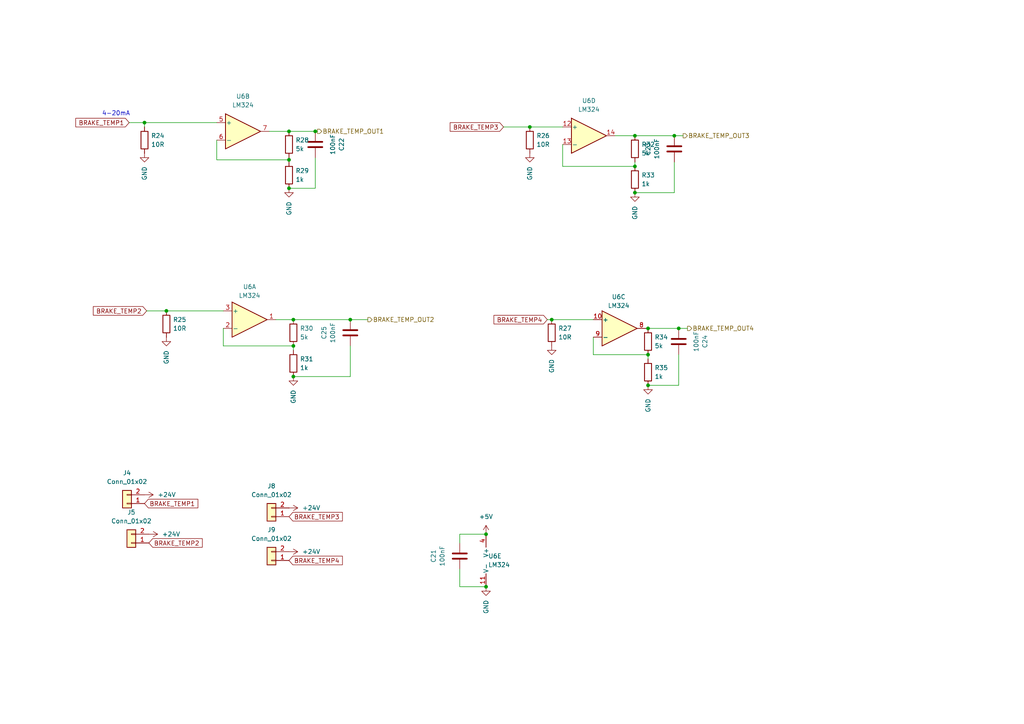
<source format=kicad_sch>
(kicad_sch (version 20250114) (generator "eeschema") (generator_version "9.0")
  (paper "A4")
  (lib_symbols
    (symbol "Amplifier_Operational:LM324" (pin_names (offset 0.127))
      (property "Reference" "U" (at 0 5.08 0))
      (property "Value" "LM324" (at 0 -5.08 0))
      (symbol "LM324_1_1"
        (polyline (pts (xy -5.08 5.08) (xy 5.08 0) (xy -5.08 -5.08) (xy -5.08 5.08)) (stroke (width 0.254)) (fill (type background)))
        (pin input line (at -7.62 2.54 0) (length 2.54) (name "+") (number "3"))
        (pin input line (at -7.62 -2.54 0) (length 2.54) (name "-") (number "2"))
        (pin output line (at 7.62 0 180) (length 2.54) (name "~") (number "1"))
      )
      (symbol "LM324_2_1"
        (polyline (pts (xy -5.08 5.08) (xy 5.08 0) (xy -5.08 -5.08) (xy -5.08 5.08)) (stroke (width 0.254)) (fill (type background)))
        (pin input line (at -7.62 2.54 0) (length 2.54) (name "+") (number "5"))
        (pin input line (at -7.62 -2.54 0) (length 2.54) (name "-") (number "6"))
        (pin output line (at 7.62 0 180) (length 2.54) (name "~") (number "7"))
      )
      (symbol "LM324_3_1"
        (polyline (pts (xy -5.08 5.08) (xy 5.08 0) (xy -5.08 -5.08) (xy -5.08 5.08)) (stroke (width 0.254)) (fill (type background)))
        (pin input line (at -7.62 2.54 0) (length 2.54) (name "+") (number "10"))
        (pin input line (at -7.62 -2.54 0) (length 2.54) (name "-") (number "9"))
        (pin output line (at 7.62 0 180) (length 2.54) (name "~") (number "8"))
      )
      (symbol "LM324_4_1"
        (polyline (pts (xy -5.08 5.08) (xy 5.08 0) (xy -5.08 -5.08) (xy -5.08 5.08)) (stroke (width 0.254)) (fill (type background)))
        (pin input line (at -7.62 2.54 0) (length 2.54) (name "+") (number "12"))
        (pin input line (at -7.62 -2.54 0) (length 2.54) (name "-") (number "13"))
        (pin output line (at 7.62 0 180) (length 2.54) (name "~") (number "14"))
      )
      (symbol "LM324_5_1"
        (pin power_in line (at -2.54 7.62 270) (length 3.81) (name "V+") (number "4"))
        (pin power_in line (at -2.54 -7.62 90) (length 3.81) (name "V-") (number "11"))
      )
    )
    (symbol "Connector_Generic:Conn_01x02" (pin_names (offset 1.016) (hide yes))
      (property "Reference" "J" (at 0 2.54 0))
      (property "Value" "Conn_01x02" (at 0 -5.08 0))
      (symbol "Conn_01x02_1_1"
        (rectangle (start -1.27 1.27) (end 1.27 -3.81) (stroke (width 0.254)) (fill (type background)))
        (rectangle (start -1.27 0.127) (end 0 -0.127) (stroke (width 0.1524)))
        (rectangle (start -1.27 -2.413) (end 0 -2.667) (stroke (width 0.1524)))
        (pin passive line (at -5.08 0 0) (length 3.81) (name "Pin_1") (number "1"))
        (pin passive line (at -5.08 -2.54 0) (length 3.81) (name "Pin_2") (number "2"))
      )
    )
    (symbol "Device:C" (pin_numbers (hide yes)) (pin_names (offset 0.254))
      (property "Reference" "C" (at 0.635 2.54 0))
      (property "Value" "C" (at 0.635 -2.54 0))
      (symbol "C_0_1"
        (polyline (pts (xy -2.032 0.762) (xy 2.032 0.762)) (stroke (width 0.508)))
        (polyline (pts (xy -2.032 -0.762) (xy 2.032 -0.762)) (stroke (width 0.508)))
      )
      (symbol "C_1_1"
        (pin passive line (at 0 3.81 270) (length 2.794) (name "~") (number "1"))
        (pin passive line (at 0 -3.81 90) (length 2.794) (name "~") (number "2"))
      )
    )
    (symbol "Device:R" (pin_numbers (hide yes)) (pin_names (offset 0))
      (property "Reference" "R" (at 2.032 0 90))
      (property "Value" "R" (at 0 0 90))
      (symbol "R_0_1"
        (rectangle (start -1.016 -2.54) (end 1.016 2.54) (stroke (width 0.254)))
      )
      (symbol "R_1_1"
        (pin passive line (at 0 3.81 270) (length 1.27) (name "~") (number "1"))
        (pin passive line (at 0 -3.81 90) (length 1.27) (name "~") (number "2"))
      )
    )
    (symbol "power:+24V" (power) (pin_numbers (hide yes)) (pin_names (offset 0) (hide yes))
      (property "Value" "+24V" (at 0 3.556 0))
      (symbol "+24V_0_1"
        (polyline (pts (xy -0.762 1.27) (xy 0 2.54)))
        (polyline (pts (xy 0 2.54) (xy 0.762 1.27)))
        (polyline (pts (xy 0 0) (xy 0 2.54)))
      )
      (symbol "+24V_1_1"
        (pin power_in line (at 0 0 90) (length 0) (name "~") (number "1"))
      )
    )
    (symbol "power:+5V" (power) (pin_numbers (hide yes)) (pin_names (offset 0) (hide yes))
      (property "Value" "+5V" (at 0 3.556 0))
      (symbol "+5V_0_1"
        (polyline (pts (xy -0.762 1.27) (xy 0 2.54)))
        (polyline (pts (xy 0 2.54) (xy 0.762 1.27)))
        (polyline (pts (xy 0 0) (xy 0 2.54)))
      )
      (symbol "+5V_1_1"
        (pin power_in line (at 0 0 90) (length 0) (name "~") (number "1"))
      )
    )
    (symbol "power:GND" (power) (pin_numbers (hide yes)) (pin_names (offset 0) (hide yes))
      (property "Value" "GND" (at 0 -3.81 0))
      (symbol "GND_0_1"
        (polyline (pts (xy 0 0) (xy 0 -1.27) (xy 1.27 -1.27) (xy 0 -2.54) (xy -1.27 -1.27) (xy 0 -1.27)))
      )
      (symbol "GND_1_1"
        (pin power_in line (at 0 0 270) (length 0) (name "~") (number "1"))
      )
    )
  )
  (text "4-20mA" (at 33.655 33.02 0) (effects (font (size 1.27 1.27))))
  (junction (at 91.44 38.1))
  (junction (at 83.82 38.1))
  (junction (at 195.58 39.37))
  (junction (at 160.02 92.71))
  (junction (at 83.82 46.355))
  (junction (at 184.15 48.26))
  (junction (at 187.96 111.76))
  (junction (at 85.09 100.33))
  (junction (at 85.09 92.71))
  (junction (at 85.09 109.22))
  (junction (at 41.91 35.56))
  (junction (at 140.97 154.94))
  (junction (at 196.85 95.25))
  (junction (at 187.96 95.25))
  (junction (at 48.26 90.17))
  (junction (at 187.96 102.87))
  (junction (at 140.97 170.18))
  (junction (at 184.15 39.37))
  (junction (at 153.67 36.83))
  (junction (at 101.6 92.71))
  (junction (at 83.82 54.61))
  (junction (at 184.15 55.88))
  (wire (pts (xy 48.26 90.17) (xy 64.77 90.17)))
  (wire (pts (xy 184.15 39.37) (xy 178.435 39.37)))
  (wire (pts (xy 41.91 35.56) (xy 37.465 35.56)))
  (wire (pts (xy 83.82 46.99) (xy 83.82 46.355)))
  (wire (pts (xy 83.82 38.1) (xy 78.105 38.1)))
  (wire (pts (xy 91.44 45.72) (xy 91.44 54.61)))
  (wire (pts (xy 91.44 54.61) (xy 83.82 54.61)))
  (wire (pts (xy 160.02 92.71) (xy 172.085 92.71)))
  (wire (pts (xy 195.58 46.99) (xy 195.58 55.88)))
  (wire (pts (xy 133.35 154.94) (xy 140.97 154.94)))
  (wire (pts (xy 133.35 170.18) (xy 140.97 170.18)))
  (wire (pts (xy 42.545 90.17) (xy 48.26 90.17)))
  (wire (pts (xy 172.085 102.87) (xy 172.085 97.79)))
  (wire (pts (xy 187.96 102.87) (xy 187.96 104.14)))
  (wire (pts (xy 133.35 157.48) (xy 133.35 154.94)))
  (wire (pts (xy 184.15 48.26) (xy 184.15 46.99)))
  (wire (pts (xy 41.91 36.83) (xy 41.91 35.56)))
  (wire (pts (xy 146.05 36.83) (xy 153.67 36.83)))
  (wire (pts (xy 133.35 165.1) (xy 133.35 170.18)))
  (wire (pts (xy 198.12 39.37) (xy 195.58 39.37)))
  (wire (pts (xy 85.09 100.33) (xy 85.09 101.6)))
  (wire (pts (xy 92.075 38.1) (xy 91.44 38.1)))
  (wire (pts (xy 62.865 40.64) (xy 62.865 46.355)))
  (wire (pts (xy 83.82 45.72) (xy 83.82 46.355)))
  (wire (pts (xy 85.09 100.33) (xy 64.77 100.33)))
  (wire (pts (xy 41.91 35.56) (xy 62.865 35.56)))
  (wire (pts (xy 64.77 100.33) (xy 64.77 95.25)))
  (wire (pts (xy 101.6 100.33) (xy 101.6 109.22)))
  (wire (pts (xy 153.67 36.83) (xy 163.195 36.83)))
  (wire (pts (xy 196.85 102.87) (xy 196.85 111.76)))
  (wire (pts (xy 62.865 46.355) (xy 83.82 46.355)))
  (wire (pts (xy 158.75 92.71) (xy 160.02 92.71)))
  (wire (pts (xy 91.44 38.1) (xy 83.82 38.1)))
  (wire (pts (xy 163.195 41.91) (xy 163.195 48.26)))
  (wire (pts (xy 85.09 92.71) (xy 80.01 92.71)))
  (wire (pts (xy 196.85 111.76) (xy 187.96 111.76)))
  (wire (pts (xy 187.96 102.87) (xy 172.085 102.87)))
  (wire (pts (xy 187.96 95.25) (xy 187.325 95.25)))
  (wire (pts (xy 199.39 95.25) (xy 196.85 95.25)))
  (wire (pts (xy 195.58 39.37) (xy 184.15 39.37)))
  (wire (pts (xy 195.58 55.88) (xy 184.15 55.88)))
  (wire (pts (xy 163.195 48.26) (xy 184.15 48.26)))
  (wire (pts (xy 85.09 92.71) (xy 101.6 92.71)))
  (wire (pts (xy 196.85 95.25) (xy 187.96 95.25)))
  (wire (pts (xy 106.68 92.71) (xy 101.6 92.71)))
  (wire (pts (xy 85.09 109.22) (xy 101.6 109.22)))
  (global_label "BRAKE_TEMP1" (shape input) (at 41.91 146.05 0) (property "Intersheetrefs" "${INTERSHEET_REFS}" (effects (hide yes))))
  (global_label "BRAKE_TEMP3" (shape input) (at 146.05 36.83 180) (property "Intersheetrefs" "${INTERSHEET_REFS}" (effects (hide yes))))
  (global_label "BRAKE_TEMP2" (shape input) (at 42.545 90.17 180) (property "Intersheetrefs" "${INTERSHEET_REFS}" (effects (hide yes))))
  (global_label "BRAKE_TEMP4" (shape input) (at 83.82 162.56 0) (property "Intersheetrefs" "${INTERSHEET_REFS}" (effects (hide yes))))
  (global_label "BRAKE_TEMP2" (shape input) (at 43.18 157.48 0) (property "Intersheetrefs" "${INTERSHEET_REFS}" (effects (hide yes))))
  (global_label "BRAKE_TEMP3" (shape input) (at 83.82 149.86 0) (property "Intersheetrefs" "${INTERSHEET_REFS}" (effects (hide yes))))
  (global_label "BRAKE_TEMP1" (shape input) (at 37.465 35.56 180) (property "Intersheetrefs" "${INTERSHEET_REFS}" (effects (hide yes))))
  (global_label "BRAKE_TEMP4" (shape input) (at 158.75 92.71 180) (property "Intersheetrefs" "${INTERSHEET_REFS}" (effects (hide yes))))
  (hierarchical_label "BRAKE_TEMP_OUT3" (shape output) (at 198.12 39.37 0))
  (hierarchical_label "BRAKE_TEMP_OUT1" (shape output) (at 92.075 38.1 0))
  (hierarchical_label "BRAKE_TEMP_OUT4" (shape output) (at 199.39 95.25 0))
  (hierarchical_label "BRAKE_TEMP_OUT2" (shape output) (at 106.68 92.71 0))
  (symbol (lib_id "power:GND") (at 184.15 55.88 0) (unit 1)
    (property "Reference" "#PWR070" (effects (hide yes)))
    (property "Value" "GND" (at 184.1501 59.69 90) (effects (justify right)))
    (property "Description" "Power symbol creates a global label with name \"GND\" , ground" (effects (hide yes)))
  )
  (symbol (lib_id "power:GND") (at 41.91 44.45 0) (unit 1)
    (property "Reference" "#PWR062" (effects (hide yes)))
    (property "Value" "GND" (at 41.9101 48.26 90) (effects (justify right)))
    (property "Description" "Power symbol creates a global label with name \"GND\" , ground" (effects (hide yes)))
  )
  (symbol (lib_id "Amplifier_Operational:LM324") (at 72.39 92.71 0) (unit 1)
    (property "Reference" "U6" (at 72.39 83.185 0))
    (property "Value" "LM324" (at 72.39 85.725 0))
    (property "Footprint" "RMC_SO:SOIC127P600X175-14N" (effects (hide yes)))
    (property "Datasheet" "http://www.ti.com/lit/ds/symlink/lm2902-n.pdf" (effects (hide yes)))
    (property "Description" "Low-Power, Quad-Operational Amplifiers, DIP-14/SOIC-14/SSOP-14" (effects (hide yes)))
  )
  (symbol (lib_id "Device:R") (at 85.09 96.52 180) (unit 1)
    (property "Reference" "R30" (at 86.995 95.25 0) (effects (justify right)))
    (property "Value" "5k" (at 86.995 97.79 0) (effects (justify right)))
    (property "Footprint" "RMC_Resistor:R_0805_2012Metric_Pad1.20x1.40mm_HandSolder_L" (effects (hide yes)))
    (property "Description" "Resistor" (effects (hide yes)))
  )
  (symbol (lib_id "Device:C") (at 101.6 96.52 0) (unit 1)
    (property "Reference" "C25" (at 93.98 96.52 90))
    (property "Value" "100nF" (at 96.52 96.52 90))
    (property "Footprint" "RMC_Capacitor:C_0805_2012Metric_Pad1.18x1.45mm_HandSolder_L" (effects (hide yes)))
    (property "Description" "Unpolarized capacitor" (effects (hide yes)))
  )
  (symbol (lib_id "Amplifier_Operational:LM324") (at 170.815 39.37 0) (unit 4)
    (property "Reference" "U6" (at 170.815 29.21 0))
    (property "Value" "LM324" (at 170.815 31.75 0))
    (property "Footprint" "RMC_SO:SOIC127P600X175-14N" (effects (hide yes)))
    (property "Datasheet" "http://www.ti.com/lit/ds/symlink/lm2902-n.pdf" (effects (hide yes)))
    (property "Description" "Low-Power, Quad-Operational Amplifiers, DIP-14/SOIC-14/SSOP-14" (effects (hide yes)))
  )
  (symbol (lib_id "Device:R") (at 48.26 93.98 180) (unit 1)
    (property "Reference" "R25" (at 50.165 92.71 0) (effects (justify right)))
    (property "Value" "10R" (at 50.165 95.25 0) (effects (justify right)))
    (property "Footprint" "RMC_Resistor:R_1206_3216Metric_Pad1.30x1.75mm_HandSolder_RMC" (effects (hide yes)))
    (property "Description" "Resistor" (effects (hide yes)))
  )
  (symbol (lib_id "power:+5V") (at 140.97 154.94 0) (unit 1)
    (property "Reference" "#PWR030" (effects (hide yes)))
    (property "Value" "+5V" (at 140.97 149.86 0))
    (property "Description" "Power symbol creates a global label with name \"+5V\"" (effects (hide yes)))
  )
  (symbol (lib_id "Amplifier_Operational:LM324") (at 143.51 162.56 0) (unit 5)
    (property "Reference" "U6" (at 141.605 161.2899 0) (effects (justify left)))
    (property "Value" "LM324" (at 141.605 163.8299 0) (effects (justify left)))
    (property "Footprint" "RMC_SO:SOIC127P600X175-14N" (effects (hide yes)))
    (property "Datasheet" "http://www.ti.com/lit/ds/symlink/lm2902-n.pdf" (effects (hide yes)))
    (property "Description" "Low-Power, Quad-Operational Amplifiers, DIP-14/SOIC-14/SSOP-14" (effects (hide yes)))
  )
  (symbol (lib_id "Device:R") (at 160.02 96.52 180) (unit 1)
    (property "Reference" "R27" (at 161.925 95.25 0) (effects (justify right)))
    (property "Value" "10R" (at 161.925 97.79 0) (effects (justify right)))
    (property "Footprint" "RMC_Resistor:R_1206_3216Metric_Pad1.30x1.75mm_HandSolder_RMC" (effects (hide yes)))
    (property "Description" "Resistor" (effects (hide yes)))
  )
  (symbol (lib_id "power:GND") (at 140.97 170.18 0) (unit 1)
    (property "Reference" "#PWR067" (effects (hide yes)))
    (property "Value" "GND" (at 140.9701 173.99 90) (effects (justify right)))
    (property "Description" "Power symbol creates a global label with name \"GND\" , ground" (effects (hide yes)))
  )
  (symbol (lib_id "Device:R") (at 83.82 50.8 180) (unit 1)
    (property "Reference" "R29" (at 85.725 49.53 0) (effects (justify right)))
    (property "Value" "1k" (at 85.725 52.07 0) (effects (justify right)))
    (property "Footprint" "RMC_Resistor:R_0805_2012Metric_Pad1.20x1.40mm_HandSolder_L" (effects (hide yes)))
    (property "Description" "Resistor" (effects (hide yes)))
  )
  (symbol (lib_id "Amplifier_Operational:LM324") (at 179.705 95.25 0) (unit 3)
    (property "Reference" "U6" (at 179.451 86.106 0))
    (property "Value" "LM324" (at 179.451 88.646 0))
    (property "Footprint" "RMC_SO:SOIC127P600X175-14N" (effects (hide yes)))
    (property "Datasheet" "http://www.ti.com/lit/ds/symlink/lm2902-n.pdf" (effects (hide yes)))
    (property "Description" "Low-Power, Quad-Operational Amplifiers, DIP-14/SOIC-14/SSOP-14" (effects (hide yes)))
  )
  (symbol (lib_id "power:GND") (at 187.96 111.76 0) (unit 1)
    (property "Reference" "#PWR071" (effects (hide yes)))
    (property "Value" "GND" (at 187.9601 115.57 90) (effects (justify right)))
    (property "Description" "Power symbol creates a global label with name \"GND\" , ground" (effects (hide yes)))
  )
  (symbol (lib_id "Device:R") (at 184.15 43.18 180) (unit 1)
    (property "Reference" "R32" (at 186.055 41.91 0) (effects (justify right)))
    (property "Value" "5k" (at 186.055 44.45 0) (effects (justify right)))
    (property "Footprint" "RMC_Resistor:R_0805_2012Metric_Pad1.20x1.40mm_HandSolder_L" (effects (hide yes)))
    (property "Description" "Resistor" (effects (hide yes)))
  )
  (symbol (lib_id "power:GND") (at 160.02 100.33 0) (unit 1)
    (property "Reference" "#PWR064" (effects (hide yes)))
    (property "Value" "GND" (at 160.0201 104.14 90) (effects (justify right)))
    (property "Description" "Power symbol creates a global label with name \"GND\" , ground" (effects (hide yes)))
  )
  (symbol (lib_id "power:GND") (at 48.26 97.79 0) (unit 1)
    (property "Reference" "#PWR05" (effects (hide yes)))
    (property "Value" "GND" (at 48.2601 101.6 90) (effects (justify right)))
    (property "Description" "Power symbol creates a global label with name \"GND\" , ground" (effects (hide yes)))
  )
  (symbol (lib_id "Device:R") (at 187.96 99.06 180) (unit 1)
    (property "Reference" "R34" (at 189.865 97.79 0) (effects (justify right)))
    (property "Value" "5k" (at 189.865 100.33 0) (effects (justify right)))
    (property "Footprint" "RMC_Resistor:R_0805_2012Metric_Pad1.20x1.40mm_HandSolder_L" (effects (hide yes)))
    (property "Description" "Resistor" (effects (hide yes)))
  )
  (symbol (lib_id "Amplifier_Operational:LM324") (at 70.485 38.1 0) (unit 2)
    (property "Reference" "U6" (at 70.485 27.94 0))
    (property "Value" "LM324" (at 70.485 30.48 0))
    (property "Footprint" "RMC_SO:SOIC127P600X175-14N" (effects (hide yes)))
    (property "Datasheet" "http://www.ti.com/lit/ds/symlink/lm2902-n.pdf" (effects (hide yes)))
    (property "Description" "Low-Power, Quad-Operational Amplifiers, DIP-14/SOIC-14/SSOP-14" (effects (hide yes)))
  )
  (symbol (lib_id "Device:R") (at 187.96 107.95 180) (unit 1)
    (property "Reference" "R35" (at 189.865 106.68 0) (effects (justify right)))
    (property "Value" "1k" (at 189.865 109.22 0) (effects (justify right)))
    (property "Footprint" "RMC_Resistor:R_0805_2012Metric_Pad1.20x1.40mm_HandSolder_L" (effects (hide yes)))
    (property "Description" "Resistor" (effects (hide yes)))
  )
  (symbol (lib_id "Device:C") (at 195.58 43.18 0) (unit 1)
    (property "Reference" "C23" (at 187.96 43.18 90))
    (property "Value" "100nF" (at 190.5 43.18 90))
    (property "Footprint" "RMC_Capacitor:C_0805_2012Metric_Pad1.18x1.45mm_HandSolder_L" (effects (hide yes)))
    (property "Description" "Unpolarized capacitor" (effects (hide yes)))
  )
  (symbol (lib_id "Device:C") (at 91.44 41.91 0) (mirror y) (unit 1)
    (property "Reference" "C22" (at 99.06 41.91 90))
    (property "Value" "100nF" (at 96.52 41.91 90))
    (property "Footprint" "RMC_Capacitor:C_0805_2012Metric_Pad1.18x1.45mm_HandSolder_L" (effects (hide yes)))
    (property "Description" "Unpolarized capacitor" (effects (hide yes)))
  )
  (symbol (lib_id "power:+24V") (at 43.18 154.94 270) (mirror x) (unit 1)
    (property "Reference" "#PWR024" (effects (hide yes)))
    (property "Value" "+24V" (at 46.99 154.9399 90) (effects (justify left)))
    (property "Description" "Power symbol creates a global label with name \"+24V\"" (effects (hide yes)))
  )
  (symbol (lib_id "Device:R") (at 153.67 40.64 180) (unit 1)
    (property "Reference" "R26" (at 155.575 39.37 0) (effects (justify right)))
    (property "Value" "10R" (at 155.575 41.91 0) (effects (justify right)))
    (property "Footprint" "RMC_Resistor:R_1206_3216Metric_Pad1.30x1.75mm_HandSolder_RMC" (effects (hide yes)))
    (property "Description" "Resistor" (effects (hide yes)))
  )
  (symbol (lib_id "power:GND") (at 85.09 109.22 0) (unit 1)
    (property "Reference" "#PWR069" (effects (hide yes)))
    (property "Value" "GND" (at 85.0901 113.03 90) (effects (justify right)))
    (property "Description" "Power symbol creates a global label with name \"GND\" , ground" (effects (hide yes)))
  )
  (symbol (lib_id "Device:C") (at 196.85 99.06 0) (mirror y) (unit 1)
    (property "Reference" "C24" (at 204.47 99.06 90))
    (property "Value" "100nF" (at 201.93 99.06 90))
    (property "Footprint" "RMC_Capacitor:C_0805_2012Metric_Pad1.18x1.45mm_HandSolder_L" (effects (hide yes)))
    (property "Description" "Unpolarized capacitor" (effects (hide yes)))
  )
  (symbol (lib_id "Device:R") (at 85.09 105.41 180) (unit 1)
    (property "Reference" "R31" (at 86.995 104.14 0) (effects (justify right)))
    (property "Value" "1k" (at 86.995 106.68 0) (effects (justify right)))
    (property "Footprint" "RMC_Resistor:R_0805_2012Metric_Pad1.20x1.40mm_HandSolder_L" (effects (hide yes)))
    (property "Description" "Resistor" (effects (hide yes)))
  )
  (symbol (lib_id "power:GND") (at 153.67 44.45 0) (unit 1)
    (property "Reference" "#PWR063" (effects (hide yes)))
    (property "Value" "GND" (at 153.6701 48.26 90) (effects (justify right)))
    (property "Description" "Power symbol creates a global label with name \"GND\" , ground" (effects (hide yes)))
  )
  (symbol (lib_id "power:GND") (at 83.82 54.61 0) (unit 1)
    (property "Reference" "#PWR068" (effects (hide yes)))
    (property "Value" "GND" (at 83.8201 58.42 90) (effects (justify right)))
    (property "Description" "Power symbol creates a global label with name \"GND\" , ground" (effects (hide yes)))
  )
  (symbol (lib_id "Connector_Generic:Conn_01x02") (at 36.83 146.05 180) (unit 1)
    (property "Reference" "J4" (at 36.83 137.16 0))
    (property "Value" "Conn_01x02" (at 36.83 139.7 0))
    (property "Footprint" "Connector_JST:JST_XH_B2B-XH-A_1x02_P2.50mm_Vertical" (effects (hide yes)))
    (property "Description" "Generic connector, single row, 01x02, script generated (kicad-library-utils/schlib/autogen/connector/)" (effects (hide yes)))
  )
  (symbol (lib_id "power:+24V") (at 83.82 160.02 270) (mirror x) (unit 1)
    (property "Reference" "#PWR023" (effects (hide yes)))
    (property "Value" "+24V" (at 87.63 160.0199 90) (effects (justify left)))
    (property "Description" "Power symbol creates a global label with name \"+24V\"" (effects (hide yes)))
  )
  (symbol (lib_id "Device:R") (at 83.82 41.91 180) (unit 1)
    (property "Reference" "R28" (at 85.725 40.64 0) (effects (justify right)))
    (property "Value" "5k" (at 85.725 43.18 0) (effects (justify right)))
    (property "Footprint" "RMC_Resistor:R_0805_2012Metric_Pad1.20x1.40mm_HandSolder_L" (effects (hide yes)))
    (property "Description" "Resistor" (effects (hide yes)))
  )
  (symbol (lib_id "Connector_Generic:Conn_01x02") (at 78.74 162.56 180) (unit 1)
    (property "Reference" "J9" (at 78.74 153.67 0))
    (property "Value" "Conn_01x02" (at 78.74 156.21 0))
    (property "Footprint" "Connector_JST:JST_XH_B2B-XH-A_1x02_P2.50mm_Vertical" (effects (hide yes)))
    (property "Description" "Generic connector, single row, 01x02, script generated (kicad-library-utils/schlib/autogen/connector/)" (effects (hide yes)))
  )
  (symbol (lib_id "Connector_Generic:Conn_01x02") (at 38.1 157.48 180) (unit 1)
    (property "Reference" "J5" (at 38.1 148.59 0))
    (property "Value" "Conn_01x02" (at 38.1 151.13 0))
    (property "Footprint" "Connector_JST:JST_XH_B2B-XH-A_1x02_P2.50mm_Vertical" (effects (hide yes)))
    (property "Description" "Generic connector, single row, 01x02, script generated (kicad-library-utils/schlib/autogen/connector/)" (effects (hide yes)))
  )
  (symbol (lib_id "Device:R") (at 41.91 40.64 180) (unit 1)
    (property "Reference" "R24" (at 43.815 39.37 0) (effects (justify right)))
    (property "Value" "10R" (at 43.815 41.91 0) (effects (justify right)))
    (property "Footprint" "RMC_Resistor:R_1206_3216Metric_Pad1.30x1.75mm_HandSolder_RMC" (effects (hide yes)))
    (property "Description" "Resistor" (effects (hide yes)))
  )
  (symbol (lib_id "power:+24V") (at 83.82 147.32 270) (mirror x) (unit 1)
    (property "Reference" "#PWR010" (effects (hide yes)))
    (property "Value" "+24V" (at 87.63 147.3199 90) (effects (justify left)))
    (property "Description" "Power symbol creates a global label with name \"+24V\"" (effects (hide yes)))
  )
  (symbol (lib_id "Device:C") (at 133.35 161.29 0) (unit 1)
    (property "Reference" "C21" (at 125.73 161.29 90))
    (property "Value" "100nF" (at 128.27 161.29 90))
    (property "Footprint" "RMC_Capacitor:C_0805_2012Metric_Pad1.18x1.45mm_HandSolder_L" (effects (hide yes)))
    (property "Description" "Unpolarized capacitor" (effects (hide yes)))
  )
  (symbol (lib_id "power:+24V") (at 41.91 143.51 270) (mirror x) (unit 1)
    (property "Reference" "#PWR061" (effects (hide yes)))
    (property "Value" "+24V" (at 45.72 143.5099 90) (effects (justify left)))
    (property "Description" "Power symbol creates a global label with name \"+24V\"" (effects (hide yes)))
  )
  (symbol (lib_id "Device:R") (at 184.15 52.07 180) (unit 1)
    (property "Reference" "R33" (at 186.055 50.8 0) (effects (justify right)))
    (property "Value" "1k" (at 186.055 53.34 0) (effects (justify right)))
    (property "Footprint" "RMC_Resistor:R_0805_2012Metric_Pad1.20x1.40mm_HandSolder_L" (effects (hide yes)))
    (property "Description" "Resistor" (effects (hide yes)))
  )
  (symbol (lib_id "Connector_Generic:Conn_01x02") (at 78.74 149.86 180) (unit 1)
    (property "Reference" "J8" (at 78.74 140.97 0))
    (property "Value" "Conn_01x02" (at 78.74 143.51 0))
    (property "Footprint" "Connector_JST:JST_XH_B2B-XH-A_1x02_P2.50mm_Vertical" (effects (hide yes)))
    (property "Description" "Generic connector, single row, 01x02, script generated (kicad-library-utils/schlib/autogen/connector/)" (effects (hide yes)))
  )
)
</source>
